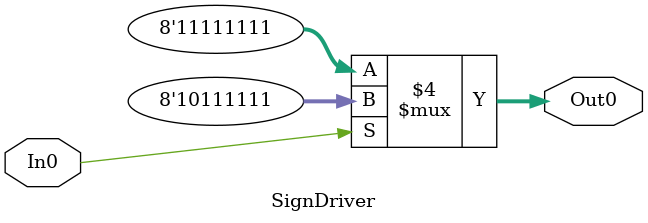
<source format=sv>
module SignDriver (input In0, output logic [7:0] Out0);
	
	always_comb begin
		Out0 = 8'b11111111;
		if(In0 == 1) begin
			Out0 = 8'b10111111;
		end
	end

endmodule
</source>
